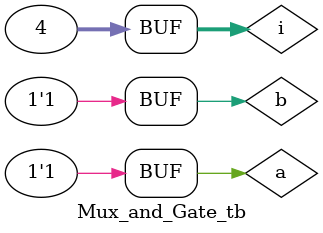
<source format=v>

module mux_and_gate(A,B,y);
input A,B;
output y;
assign y=A?B:0;

endmodule

// testbench


module Mux_and_Gate_tb();
reg a,b;
wire y;

mux_and_gate DUT(a,b,y);
integer i;
initial
begin
for(i=0;i<4;i=i+1)
begin
{a,b}=i;
#10;
end
end
/*
begin
a=1'b0;b=1'b0;
#100 a=1'b1;b=1'b0;
#100 a=1'b0;b=1'b1;
#100 a=1'b1;b=1'b1;
end*/
initial 
begin
$monitor($time,"a=%b b=%d y=%d",a,b,y);
end

endmodule


</source>
